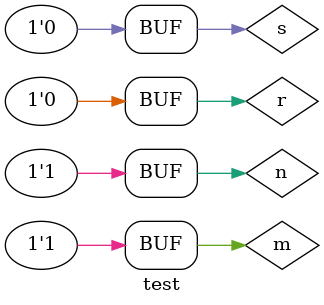
<source format=v>
`timescale 1ns/1ns
module test ();
    reg r = 1;
    reg s = 0;
    reg n = 1;
    reg m = 1;
    wire q ;
    wire qb;
    SRlatch cut(s,r,n,m,q,qb);
    initial begin
        #200;
        #200 s = 1;
        #200 r = 0;
        #200 s = 0;
        #200;
    end
    
endmodule
</source>
